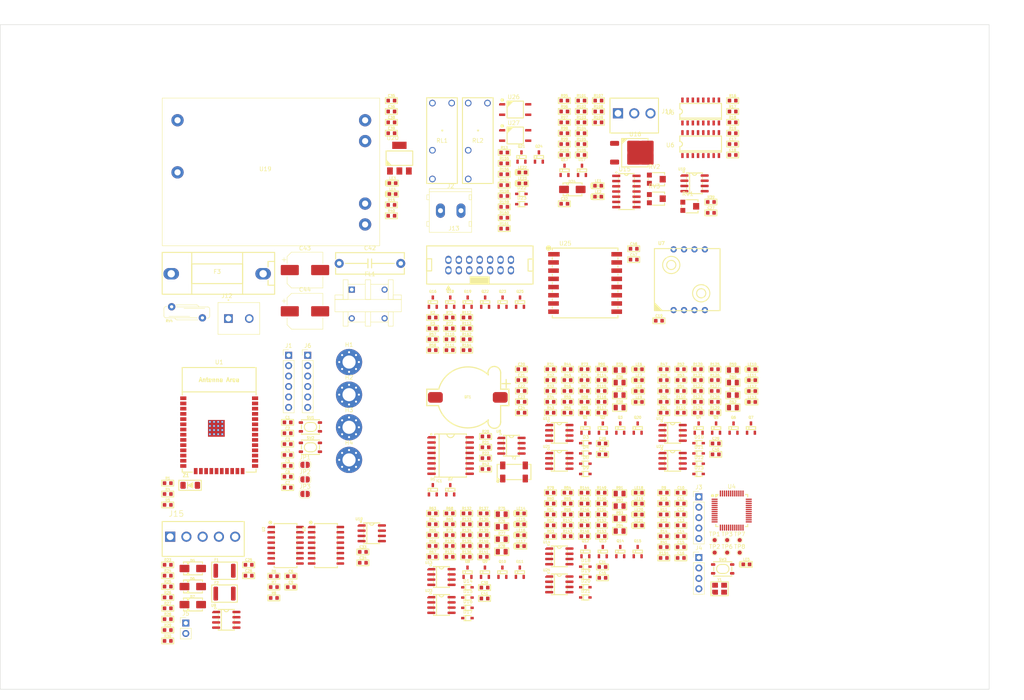
<source format=kicad_pcb>
(kicad_pcb (version 20221018) (generator pcbnew)
  (layers (0 "F.Cu" signal) (31 "B.Cu" signal) (34 "B.Paste" user) (35 "F.Paste" user) (36 "B.SilkS" user "B.Silkscreen") (37 "F.SilkS" user "F.Silkscreen") (38 "B.Mask" user) (39 "F.Mask" user) (44 "Edge.Cuts" user))
  (net 0 "")
  (net 1 "GND")
  (net 2 "/STM32F103C8T6/RST")
  (net 3 "/STM32F103C8T6/PD0")
  (net 4 "/STM32F103C8T6/PD1")
  (net 5 "/RTC/Vbat")
  (net 6 "+24V")
  (net 7 "/ESP32/BOOT")
  (net 8 "/ESP32/RST")
  (net 9 "+3V3")
  (net 10 "Net-(U8-VDD)")
  (net 11 "Earth")
  (net 12 "/GET_16_VALVE_STAGE/OPAMP/1_TL084IPT/VAN1-")
  (net 13 "/GET_16_VALVE_STAGE/OPAMP/1_TL084IPT/VAN2-")
  (net 14 "/GET_16_VALVE_STAGE/OPAMP/1_TL084IPT/VAN3-")
  (net 15 "Net-(IC1-VBAT)")
  (net 16 "/16_VALVE_CONTROL/VI_1")
  (net 18 "/16_VALVE_CONTROL/VI_2")
  (net 20 "/16_VALVE_CONTROL/VI_3")
  (net 22 "/16_VALVE_CONTROL/VI_4")
  (net 23 "Net-(J5-Pin_2)")
  (net 24 "/16_VALVE_CONTROL/VI_5")
  (net 25 "Net-(J11-Pin_2)")
  (net 26 "/16_VALVE_CONTROL/VI_6")
  (net 27 "Net-(J12-Pin_2)")
  (net 28 "/16_VALVE_CONTROL/VI_7")
  (net 29 "/16_VALVE_CONTROL/VI_8")
  (net 30 "Net-(JP2-A)")
  (net 31 "/16_VALVE_CONTROL/VI_9")
  (net 32 "Net-(JP3-A)")
  (net 33 "/16_VALVE_CONTROL/VI_10")
  (net 34 "Net-(Q1-S)")
  (net 35 "/16_VALVE_CONTROL/VI_11")
  (net 36 "Net-(Q2-S)")
  (net 37 "/16_VALVE_CONTROL/VI_12")
  (net 38 "Net-(Q3-S)")
  (net 39 "/16_VALVE_CONTROL/VI_13")
  (net 40 "Net-(Q4-S)")
  (net 41 "/16_VALVE_CONTROL/VI_14")
  (net 42 "Net-(Q5-S)")
  (net 43 "/16_VALVE_CONTROL/VI_15")
  (net 44 "Net-(Q6-S)")
  (net 45 "/16_VALVE_CONTROL/VI_16")
  (net 46 "Net-(Q7-S)")
  (net 47 "Net-(Q8-S)")
  (net 48 "/RS485/RS485.RX")
  (net 49 "/GET_16_VALVE_STAGE/OPAMP/1_TL084IPT/VAN4-")
  (net 50 "/RS485/RS485.TX")
  (net 51 "/GET_16_VALVE_STAGE/MCP41010.CS")
  (net 52 "/GET_16_VALVE_STAGE/MCP41010.SCK")
  (net 53 "/GET_16_VALVE_STAGE/MCP41010.MOSI")
  (net 54 "VCC")
  (net 55 "Net-(Q9-S)")
  (net 56 "Net-(Q10-S)")
  (net 57 "/STM32F103C8T6/SWDIO")
  (net 58 "/STM32F103C8T6/SWCLK")
  (net 59 "/ESP32/TX")
  (net 60 "/ESP32/RX")
  (net 61 "/STM32F103C8T6/TX_LOG")
  (net 62 "/STM32F103C8T6/RX_LOG")
  (net 63 "Net-(Q11-S)")
  (net 64 "Net-(Q12-S)")
  (net 65 "/RS485/RS485.DERE")
  (net 66 "Net-(Q13-S)")
  (net 67 "Net-(Q14-S)")
  (net 68 "/GET_16_VALVE_STAGE/OPAMP/VO_1")
  (net 69 "/ESP32/BT.s1")
  (net 70 "/GET_16_VALVE_STAGE/OPAMP/VO_2")
  (net 71 "/GET_16_VALVE_STAGE/OPAMP/VO_3")
  (net 72 "/GET_16_VALVE_STAGE/OPAMP/VO_4")
  (net 73 "/GET_16_VALVE_STAGE/OPAMP/VO_5")
  (net 74 "/GET_16_VALVE_STAGE/OPAMP/VO_6")
  (net 75 "/GET_16_VALVE_STAGE/OPAMP/VO_7")
  (net 76 "/GET_16_VALVE_STAGE/OPAMP/VO_8")
  (net 77 "/GET_16_VALVE_STAGE/OPAMP/VO_9")
  (net 78 "/GET_16_VALVE_STAGE/OPAMP/VO_10")
  (net 79 "/GET_16_VALVE_STAGE/OPAMP/VO_11")
  (net 80 "/GET_16_VALVE_STAGE/OPAMP/VO_12")
  (net 81 "/GET_16_VALVE_STAGE/OPAMP/VO_13")
  (net 82 "/GET_16_VALVE_STAGE/OPAMP/VO_14")
  (net 83 "/GET_16_VALVE_STAGE/OPAMP/VO_15")
  (net 84 "/GET_16_VALVE_STAGE/OPAMP/VO_16")
  (net 85 "/PRESSURE_SENSOR/i2c.SDA")
  (net 86 "/PRESSURE_SENSOR/i2c.SCL")
  (net 87 "/ESP32/BT.s2")
  (net 88 "/ESP32/BT.s3")
  (net 89 "/ESP32/BT.s4")
  (net 90 "/IDC14pin/LCD_I2C_LOGIC_SCL")
  (net 91 "/IDC14pin/LCD_I2C_LOGIDC_SDA")
  (net 92 "/16_VALVE_CONTROL/595.SER")
  (net 93 "/16_VALVE_CONTROL/595.RCLK")
  (net 94 "+5V")
  (net 95 "Net-(Q15-S)")
  (net 96 "/ESP32/RX_ESP32")
  (net 97 "Net-(Q17-E)")
  (net 98 "/ESP32/TX_ESP32")
  (net 99 "Net-(U1-IO16)")
  (net 100 "/EEPROM/24256.SDA")
  (net 101 "/EEPROM/24256.SCL")
  (net 102 "/GET_16_VALVE_STAGE/74HC165.DATA")
  (net 103 "/GET_16_VALVE_STAGE/74HC165.SCK")
  (net 104 "/GET_16_VALVE_STAGE/74HC165.LOAD")
  (net 105 "/STM32F103C8T6/LED")
  (net 106 "Net-(U8-~{INT})")
  (net 107 "/16_VALVE_CONTROL/595.SRCLK")
  (net 108 "Net-(U9-DI)")
  (net 109 "Net-(U9-RO)")
  (net 110 "Net-(U16-ADJ)")
  (net 111 "Net-(U17-K)")
  (net 112 "Net-(U15B-+)")
  (net 113 "Net-(U15B--)")
  (net 114 "Net-(U15C--)")
  (net 115 "/4-20mAConverter/LM137_OUT")
  (net 116 "Net-(U15C-+)")
  (net 117 "Net-(LE1-Pad1)")
  (net 118 "Net-(U15D-+)")
  (net 119 "/4-20mAConverter/DAC_4_20mA")
  (net 120 "Net-(R100-Pad1)")
  (net 121 "Net-(R101-Pad1)")
  (net 122 "Net-(U15A--)")
  (net 123 "Net-(R106-Pad2)")
  (net 124 "Net-(LE2-Pad1)")
  (net 125 "/GET_16_VALVE_STAGE/OPAMP/PW0_MCP41010")
  (net 140 "Net-(U5-QH')")
  (net 147 "Net-(U8-OSCI)")
  (net 148 "Net-(U8-OSCO)")
  (net 149 "Net-(U15D--)")
  (net 150 "Net-(U19-L)")
  (net 151 "Net-(U19-N)")
  (net 152 "Net-(LE5-Pad2)")
  (net 153 "/ESP32/VDD_ESP32")
  (net 154 "/GET_16_VALVE_STAGE/OPAMP/2_TL084IPT/VAN1-")
  (net 155 "/GET_16_VALVE_STAGE/OPAMP/2_TL084IPT/VAN2-")
  (net 156 "/GET_16_VALVE_STAGE/OPAMP/2_TL084IPT/VAN3-")
  (net 157 "/GET_16_VALVE_STAGE/OPAMP/2_TL084IPT/VAN4-")
  (net 158 "Net-(C42-Pad2)")
  (net 159 "/RS485/A_RS485")
  (net 160 "/RS485/B_RS485")
  (net 161 "Net-(LE3-Pad1)")
  (net 162 "Net-(LE4-Pad1)")
  (net 163 "/RS485/A1_RS485")
  (net 164 "/RS485/B1_RS485")
  (net 165 "/RS485/A2_RS485")
  (net 166 "/RS485/B2_RS485")
  (net 167 "Net-(Q20-S)")
  (net 168 "Net-(D1-Pad1)")
  (net 169 "Net-(U2-DS)")
  (net 171 "/ESP32/TDI")
  (net 172 "/ESP32/TDO")
  (net 173 "/ESP32/TCK")
  (net 174 "/ESP32/TMS")
  (net 175 "/16_VALVE_CONTROL/OE")
  (net 176 "/ESP32/VSPI.MISO")
  (net 177 "/4-20mAConverter/LM137_IN")
  (net 178 "/4-20mAConverter/TransB")
  (net 179 "/GET_16_VALVE_STAGE/OPAMP/3_TL084IPT/VAN1-")
  (net 180 "/GET_16_VALVE_STAGE/OPAMP/3_TL084IPT/VAN2-")
  (net 181 "/GET_16_VALVE_STAGE/OPAMP/3_TL084IPT/VAN3-")
  (net 182 "/GET_16_VALVE_STAGE/OPAMP/3_TL084IPT/VAN4-")
  (net 183 "/GET_16_VALVE_STAGE/OPAMP/4_TL084IPT/VAN1-")
  (net 185 "/GET_16_VALVE_STAGE/OPAMP/4_TL084IPT/VAN2-")
  (net 186 "/GET_16_VALVE_STAGE/OPAMP/4_TL084IPT/VAN3-")
  (net 187 "/GET_16_VALVE_STAGE/OPAMP/4_TL084IPT/VAN4-")
  (net 188 "Net-(LE6-Pad1)")
  (net 189 "Net-(LE7-Pad1)")
  (net 190 "Net-(LE8-Pad1)")
  (net 191 "Net-(LE9-Pad1)")
  (net 192 "Net-(LE10-Pad1)")
  (net 193 "Net-(LE11-Pad1)")
  (net 194 "Net-(LE12-Pad1)")
  (net 195 "Net-(LE13-Pad1)")
  (net 196 "Net-(LE14-Pad1)")
  (net 197 "Net-(LE15-Pad1)")
  (net 198 "Net-(LE16-Pad1)")
  (net 199 "Net-(LE17-Pad1)")
  (net 200 "Net-(LE18-Pad1)")
  (net 201 "Net-(LE19-Pad1)")
  (net 202 "Net-(LE20-Pad1)")
  (net 203 "Net-(LE21-Pad1)")
  (net 204 "Net-(Q21-D)")
  (net 205 "Net-(Q24-D)")
  (net 206 "Net-(LE22-Pad1)")
  (net 207 "Net-(LE23-Pad1)")
  (net 208 "Net-(R158-Pad1)")
  (net 209 "Net-(R161-Pad1)")
  (net 210 "/LORA/LORA_RST")
  (net 211 "/LORA/LORA_INT")
  (net 217 "/LORA/LORA_CS")
  (net 218 "Net-(J12-Pin_1)")
  (net 219 "Net-(U4-BOOT0)")
  (net 220 "Net-(U4-PB2)")
  (net 221 "Net-(U4-PB5)")
  (net 222 "Net-(U4-PB8)")
  (net 223 "Net-(U4-PB9)")
  (net 224 "Net-(U4-PA8)")
  (net 225 "Net-(U4-PA6)")
  (net 226 "Net-(U4-PA4)")
  (net 227 "/STM32F103C8T6/VBAT")
  (net 228 "/STM32F103C8T6/PC13")
  (net 229 "/STM32F103C8T6/PC14")
  (net 230 "/STM32F103C8T6/PC15")
  (net 231 "/RELAY_OPTO/OPTO1")
  (net 232 "/RELAY_OPTO/OPTO2")
  (net 233 "/IDC14pin/IC74595_SER")
  (net 234 "/IDC14pin/74595_OE")
  (net 235 "/IDC14pin/IC74595_RCLK")
  (net 236 "/IDC14pin/IC74595_SRCLK")
  (net 237 "/ESP32/ESP_74595.SER")
  (net 238 "/RELAY_OPTO/RL1")
  (net 239 "/ESP32/ESP_74595.RCLK")
  (net 240 "/ESP32/ESP_74595.SRCLK")
  (net 241 "/RELAY_OPTO/RL2")
  (net 242 "/IDC14pin/74595OE")
  (net 243 "Net-(R13-Pad1)")
  (net 244 "/RELAY_OPTO/RL1A")
  (net 245 "/RELAY_OPTO/RL1B")
  (net 246 "/RELAY_OPTO/RL2A")
  (net 247 "/RELAY_OPTO/RL2B")
  (net 248 "/ESP32/OE")
  (net 249 "/GET_16_VALVE_STAGE/MCP41010.MISO")
  (footprint "IVS_FOOTPRINTS:LED_0603" (layer "F.Cu") (at 263.970787 127.803935)
    (fp_text reference "LE12")
    (fp_text value "Led")
  )
  (footprint "MountingHole:MountingHole_3.2mm_M3_Pad_Via" (layer "F.Cu") (at 165.74 120.73)
    (fp_text reference "H1")
    (fp_text value "MountingHole")
  )
  (footprint "IVS_FOOTPRINTS:C_0603" (layer "F.Cu") (at 207.7608 133.08)
    (fp_text reference "C24")
    (fp_text value "100nF")
  )
  (footprint "IVS_FOOTPRINTS:R_0603" (layer "F.Cu") (at 218.21 70.26)
    (fp_text reference "R100")
    (fp_text value "100k")
  )
  (footprint "IVS_FOOTPRINTS:SOT23-3" (layer "F.Cu") (at 186.16 106.13)
    (fp_text reference "Q16")
    (fp_text value "N_Mosfet")
  )
  (footprint "IVS_FOOTPRINTS:R_0603" (layer "F.Cu") (at 218.99 152.58)
    (fp_text reference "R84")
    (fp_text value "1M")
  )
  (footprint "IVS_FOOTPRINTS:LED_0603" (layer "F.Cu") (at 236.360787 122.484787)
    (fp_text reference "LE6")
    (fp_text value "Led")
  )
  (footprint "IVS_FOOTPRINTS:R_0603" (layer "F.Cu") (at 223.14 127.78)
    (fp_text reference "R87")
    (fp_text value "10k")
  )
  (footprint "IVS_FOOTPRINTS:SOIC-8_3.9x4.9mm_P1.27mm" (layer "F.Cu") (at 216.99 168.098607)
    (fp_text reference "U14")
    (fp_text value "LM393" hide)
  )
  (footprint "IVS_FOOTPRINTS:R_0805" (layer "F.Cu") (at 259.3 122.68)
    (fp_text reference "R59")
    (fp_text value "0R5")
  )
  (footprint "IVS_FOOTPRINTS:D_SOD323" (layer "F.Cu") (at 250.9327 140.5073)
    (fp_text reference "D10")
    (fp_text value "1N4007")
  )
  (footprint "IVS_FOOTPRINTS:SOT233" (layer "F.Cu") (at 177.86 70.98)
    (fp_text reference "U20")
    (fp_text value "LD1117")
  )
  (footprint "IVS_FOOTPRINTS:R_0805" (layer "F.Cu") (at 231.69 131.83)
    (fp_text reference "R38")
    (fp_text value "0R5")
  )
  (footprint "IVS_FOOTPRINTS:C_0603" (layer "F.Cu") (at 207.7608 130.43)
    (fp_text reference "C23")
    (fp_text value "10uF")
  )
  (footprint "IVS_FOOTPRINTS:SOIC-8_3.9x4.9mm_P1.27mm" (layer "F.Cu") (at 188.26 173.128607)
    (fp_text reference "U13")
    (fp_text value "LM393" hide)
  )
  (footprint "IVS_FOOTPRINTS:R_0805" (layer "F.Cu") (at 231.69 155.83)
    (fp_text reference "R92")
    (fp_text value "0R5")
  )
  (footprint "IVS_FOOTPRINTS:D_SOD323" (layer "F.Cu") (at 194.5927 180.6373)
    (fp_text reference "D16")
    (fp_text value "1N4007")
  )
  (footprint "IVS_FOOTPRINTS:R_0603" (layer "F.Cu") (at 198.56 160.26)
    (fp_text reference "R138")
    (fp_text value "1k")
  )
  (footprint "IVS_FOOTPRINTS:R_0603" (layer "F.Cu") (at 242.45 155.23)
    (fp_text reference "R10")
    (fp_text value "4k7")
  )
  (footprint "IVS_FOOTPRINTS:Relay_G5NB-1A-E DC5" (layer "F.Cu") (at 190.76 75.91)
    (fp_text reference "RL1")
    (fp_text value "Relay_G5NB-1A-E_DC5" hide)
  )
  (footprint "IVS_FOOTPRINTS:R_0603" (layer "F.Cu") (at 218.21 62.31)
    (fp_text reference "R97")
    (fp_text value "10k")
  )
  (footprint "IVS_FOOTPRINTS:SOT23-3" (layer "F.Cu") (at 190.41 151.86)
    (fp_text reference "D2")
    (fp_text value "BAT54C")
  )
  (footprint "IVS_FOOTPRINTS:R_0603" (layer "F.Cu") (at 218.21 67.61)
    (fp_text reference "R99")
    (fp_text value "100k")
  )
  (footprint "IVS_FOOTPRINTS:R_0603" (layer "F.Cu") (at 186.11 109.88)
    (fp_text reference "R2")
    (fp_text value "4k7")
  )
  (footprint "IVS_FOOTPRINTS:R_0603" (layer "F.Cu") (at 214.84 157.88)
    (fp_text reference "R81")
    (fp_text value "1k")
  )
  (footprint "IVS_FOOTPRINTS:R_0603" (layer "F.Cu") (at 226.51 59.66)
    (fp_text reference "R108")
    (fp_text value "680k")
  )
  (footprint "IVS_FOOTPRINTS:SOIC-8_3.9x4.9mm_P1.27mm" (layer "F.Cu") (at 216.99 144.817214)
    (fp_text reference "U21")
    (fp_text value "LM393" hide)
  )
  (footprint "IVS_FOOTPRINTS:R_0603" (layer "F.Cu") (at 218.99 160.53)
    (fp_text reference "R142")
    (fp_text value "10k")
  )
  (footprint "IVS_FOOTPRINTS:C_0603" (layer "F.Cu") (at 150.7708 140.73)
    (fp_text reference "C3")
    (fp_text value "100nF")
  )
  (footprint "IVS_FOOTPRINTS:SW_SPST_PTS810" (layer "F.Cu") (at 156.3075 136.58)
    (fp_text reference "SW1")
    (fp_text value "SW_Push" hide)
  )
  (footprint "IVS_FOOTPRINTS:R_0603" (layer "F.Cu") (at 203.56 80.26)
    (fp_text reference "R158")
    (fp_text value "5k")
  )
  (footprint "IVS_FOOTPRINTS:R_0603" (layer "F.Cu") (at 227.29 155.23)
    (fp_text reference "R150")
    (fp_text value "1k")
  )
  (footprint "IVS_FOOTPRINTS:R_0603" (layer "F.Cu") (at 242.45 152.58)
    (fp_text reference "R9")
    (fp_text value "10k")
  )
  (footprint "IVS_FOOTPRINTS:R_0603" (layer "F.Cu") (at 147.42 178.23)
    (fp_text reference "R8")
    (fp_text value "4k7")
  )
  (footprint "IVS_FOOTPRINTS:R_0603" (layer "F.Cu") (at 121.55 152.9)
    (fp_text reference "R4")
    (fp_text value "10k")
  )
  (footprint "IVS_FOOTPRINTS:R_0805" (layer "F.Cu") (at 202.96 163.91)
    (fp_text reference "R77")
    (fp_text value "0R5")
  )
  (footprint "IVS_FOOTPRINTS:R_0603" (layer "F.Cu") (at 190.26 162.91)
    (fp_text reference "R70")
    (fp_text value "1M")
  )
  (footprint "IVS_FOOTPRINTS:LED_0603" (layer "F.Cu") (at 262.590787 170.034787)
    (fp_text reference "LE5")
    (fp_text value "Led")
  )
  (footprint "IVS_FOOTPRINTS:R_0603" (layer "F.Cu") (at 186.11 160.26)
    (fp_text reference "R64")
    (fp_text value "1k")
  )
  (footprint "IVS_FOOTPRINTS:R_0603" (layer "F.Cu") (at 226.51 57.01)
    (fp_text reference "R107")
    (fp_text value "100R")
  )
  (footprint "IVS_FOOTPRINTS:R_0603" (layer "F.Cu") (at 186.11 165.56)
    (fp_text reference "R66")
    (fp_text value "1k")
  )
  (footprint "IVS_FOOTPRINTS:C_0603" (layer "F.Cu") (at 198.7708 178.36)
    (fp_text reference "C41")
    (fp_text value "100nF")
  )
  (footprint "IVS_FOOTPRINTS:R_0603" (layer "F.Cu") (at 223.14 152.58)
    (fp_text reference "R144")
    (fp_text value "10k")
  )
  (footprint "IVS_FOOTPRINTS:DualPowerSupply_AM22-24W2405V" (layer "F.Cu") (at 123.937 61.798)
    (fp_text reference "U19")
    (fp_text value "AM22-24W2405V")
  )
  (footprint "IVS_FOOTPRINTS:R_0603" (layer "F.Cu") (at 226.51 62.31)
    (fp_text reference "R109")
    (fp_text value "820k")
  )
  (footprint "IVS_FOOTPRINTS:SOT23-3" (layer "F.Cu") (at 203.16 106.13)
    (fp_text reference "Q23")
    (fp_text value "N_Mosfet")
  )
  (footprint "IVS_FOOTPRINTS:R_0603" (layer "F.Cu") (at 194.41 157.61)
    (fp_text reference "R132")
    (fp_text value "10k")
  )
  (footprint "IVS_FOOTPRINTS:R_0603" (layer "F.Cu") (at 121.55 150.25)
    (fp_text reference "R1")
    (fp_text value "100")
  )
  (footprint "IVS_FOOTPRINTS:LED_0603" (layer "F.Cu") (at 236.360787 125.144361)
    (fp_text reference "LE7")
    (fp_text value "Led")
  )
  (footprint "IVS_FOOTPRINTS:SOT23-3" (layer "F.Cu") (at 203.11 171.96)
    (fp_text reference "Q10")
    (fp_text value "N_Mosfet")
  )
  (footprint "IVS_FOOTPRINTS:SOT23-3" (layer "F.Cu") (at 198.86 171.96)
    (fp_text reference "Q9")
    (fp_text value "N_Mosfet")
  )
  (footprint "IVS_FOOTPRINTS:D_SOD323" (layer "F.Cu") (at 207.7427 82.2473)
    (fp_text reference "D23")
    (fp_text value "1N4007")
  )
  (footprint "IVS_FOOTPRINTS:R_0603" (layer "F.Cu") (at 186.11 162.91)
    (fp_text reference "R65")
    (fp_text value "1k")
  )
  (footprint "IVS_FOOTPRINTS:R_0603" (layer "F.Cu") (at 218.21 57.01)
    (fp_text reference "R95")
    (fp_text value "220R")
  )
  (footprint "IVS_FOOTPRINTS:LED_0603" (layer "F.Cu") (at 207.630787 162.933935)
    (fp_text reference "LE16")
    (fp_text value "Led")
  )
  (footprint "IVS_FOOTPRINTS:SOIC-8_3.9x4.9mm_P1.27mm" (layer "F.Cu") (at 205.32 141.128607)
    (fp_text reference "U8")
    (fp_text value "PCF8563TS" hide)
  )
  (footprint "IVS_FOOTPRINTS:R_0603" (layer "F.Cu") (at 218.99 157.88)
    (fp_text reference "R86")
    (fp_text value "1M")
  )
  (footprint "IVS_FOOTPRINTS:D_SOD323" (layer "F.Cu") (at 223.3227 175.6073)
    (fp_text reference "D20")
    (fp_text value "1N4007")
  )
  (footprint "IVS_FOOTPRINTS:SOT23-3" (layer "F.Cu") (at 207.36 171.96)
    (fp_text reference "Q11")
    (fp_text value "N_Mosfet")
  )
  (footprint "IVS_FOOTPRINTS:D_SOD323" (layer "F.Cu") (at 194.5927 175.6373)
    (fp_text reference "D14")
    (fp_text value "1N4007")
  )
  (footprint "IVS_FOOTPRINTS:R_0603" (layer "F.Cu") (at 223.14 155.23)
    (fp_text reference "R145")
    (fp_text value "1k")
  )
  (footprint "IVS_FOOTPRINTS:R_0603" (layer "F.Cu") (at 246.6 130.43)
    (fp_text reference "R118")
    (fp_text value "10k")
  )
  (footprint "IVS_FOOTPRINTS:R_0603" (layer "F.Cu") (at 223.14 130.43)
    (fp_text reference "R88")
    (fp_text value "1k")
  )
  (footprint "IVS_FOOTPRINTS:R_0603" (layer "F.Cu") (at 190.26 109.88)
    (fp_text reference "R71")
    (fp_text value "4k7")
  )
  (footprint "IVS_FOOTPRINTS:R_0603" (layer "F.Cu") (at 222.36 57.01)
    (fp_text reference "R101")
    (fp_text value "820k")
  )
  (footprint "IVS_FOOTPRINTS:C_0603" (layer "F.Cu") (at 150.7708 138.08)
    (fp_text reference "C2")
    (fp_text value "1uF")
  )
  (footprint "IVS_FOOTPRINTS:LED_0603" (layer "F.Cu") (at 263.970787 130.463509)
    (fp_text reference "LE13")
    (fp_text value "Led")
  )
  (footprint "IVS_FOOTPRINTS:SOIC-8_3.9x4.9mm_P1.27mm" (layer "F.Cu") (at 244.6 144.817214)
    (fp_text reference "U22")
    (fp_text value "LM393" hide)
  )
  (footprint "IVS_FOOTPRINTS:D_SMA" (layer "F.Cu") (at 220.085 78.66)
    (fp_text reference "D24")
    (fp_text value "1N4007")
  )
  (footprint "IVS_FOOTPRINTS:R_0603" (layer "F.Cu") (at 242.45 165.83)
    (fp_text reference "R41")
    (fp_text value "1M")
  )
  (footprint "IVS_FOOTPRINTS:R_0603" (layer "F.Cu") (at 198.56 165.56)
    (fp_text reference "R140")
    (fp_text value "1k")
  )
  (footprint "IVS_FOOTPRINTS:SOT23-3" (layer "F.Cu") (at 186.16 151.86)
    (fp_text reference "D1")
    (fp_text value "BAT54C")
  )
  (footprint "IVS_FOOTPRINTS:R_0603" (layer "F.Cu") (at 121.55 186.05)
    (fp_text reference "R29")
    (fp_text value "120R")
  )
  (footprint "IVS_FOOTPRINTS:LED_0603" (layer "F.Cu") (at 207.980787 77.174361)
    (fp_text reference "LE23")
    (fp_text value "Led")
  )
  (footprint "IVS_FOOTPRINTS:D_SOD323" (layer "F.Cu") (at 250.9327 148.0073)
    (fp_text reference "D13")
    (fp_text value "1N4007")
  )
  (footprint "Capacitor_SMD:CP_Elec_8x10.5" (layer "F.Cu") (at 155 108.36)
    (fp_text reference "C44")
    (fp_text value "100uF")
  )
  (footprint "IVS_FOOTPRINTS:R_0603" (layer "F.Cu") (at 147.42 175.58)
    (fp_text reference "R7")
    (fp_text value "4k7")
  )
  (footprint "IVS_FOOTPRINTS:SOIC14" (layer "F.Cu") (at 233.335 79.165312)
    (fp_text reference "U15")
    (fp_text value "LM324")
  )
  (footprint "IVS_FOOTPRINTS:SW_SPST_PTS810" (layer "F.Cu") (at 156.3075 141.53)
    (fp_text reference "SW2")
    (fp_text value "SW_Push" hide)
  )
  (footprint "Jumper:SolderJumper-2_P1.3mm_Open_RoundedPad1.0x1.5mm" (layer "F.Cu") (at 155.02 149.33)
    (fp_text reference "JP2")
    (fp_text value " ")
  )
  (footprint "IVS_FOOTPRINTS:R_0603" (layer "F.Cu") (at 250.75 130.43)
    (fp_text reference "R123")
    (fp_text value "1k")
  )
  (footprint "IVS_FOOTPRINTS:C_0603" (layer "F.Cu") (at 169.1208 167.01)
    (fp_text reference "C33")
    (fp_text value "1uF")
  )
  (footprint "IVS_FOOTPRINTS:R_0603" (layer "F.Cu") (at 214.84 130.43)
    (fp_text reference "R34")
    (fp_text value "1M")
  )
  (footprint "IVS_FOOTPRINTS:C_0603" (layer "F.Cu") (at 241.2708 110.67)
    (fp_text reference "C19")
    (fp_text value "100nF")
  )
  (footprint "IVS_FOOTPRINTS:LED_0603" (layer "F.Cu") (at 236.360787 160.563509)
    (fp_text reference "LE21")
    (fp_text value "Led")
  )
  (footprint "IVS_FOOTPRINTS:LED_0603" (layer "F.Cu") (at 226.450787 80.424361)
    (fp_text reference "LE2")
    (fp_text value "Led")
  )
  (footprint "IVS_FOOTPRINTS:R_0603" (layer "F.Cu") (at 222.36 62.31)
    (fp_text reference "R103")
    (fp_text value "820k")
  )
  (footprint "IVS_FOOTPRINTS:R_0603" (layer "F.Cu") (at 227.29 133.08)
    (fp_text reference "R117")
    (fp_text value "1k")
  )
  (footprint "IVS_FOOTPRINTS:Fuse_BLX-A-P22.4mm" (layer "F.Cu") (at 133.6 99.21)
    (fp_text reference "F3")
    (fp_text value "Fuse")
  )
  (footprint "IVS_FOOTPRINTS:R_0805" (layer "F.Cu") (at 259.3 125.73)
    (fp_text reference "R60")
    (fp_text value "0R5")
  )
  (footprint "IVS_FOOTPRINTS:Fuse_1812_4532Metric" (layer "F.Cu") (at 135.39 177.16)
    (fp_text reference "F2")
    (fp_text value "Polyfuse" hide)
  )
  (footprint "IVS_FOOTPRINTS:C_Rect_L16.5mm_W5.0mm_P15.00mm_MKT" (layer "F.Cu") (at 163.34 96.69)
    (fp_text reference "C42")
    (fp_text value "C")
  )
  (footprint "Connector_PinHeader_2.54mm:PinHeader_1x04_P2.54mm_Vertical" (layer "F.Cu") (at 251 168.38)
    (fp_text reference "J4")
    (fp_text value "Conn_01x04_Male")
  )
  (footprint "IVS_FOOTPRINTS:LED_0603" (layer "F.Cu") (at 236.360787 127.803935)
    (fp_text reference "LE8")
    (fp_text value "Led")
  )
  (footprint "IVS_FOOTPRINTS:C_0603" (layer "F.Cu") (at 198.7708 175.71)
    (fp_text reference "C30")
    (fp_text value "100nF")
  )
  (footprint "IVS_FOOTPRINTS:SOIC-16W_5.3x10.2mm_P1.27mm" (layer "F.Cu") (at 150.27 165.389495)
    (fp_text reference "U2")
    (fp_text value "74HC165" hide)
  )
  (footprint "IVS_FOOTPRINTS:R_0805" (layer "F.Cu") (at 231.69 161.93)
    (fp_text reference "R94")
    (fp_text value "0R5")
  )
  (footprint "IVS_FOOTPRINTS:R_0603" (layer "F.Cu") (at 121.55 170.15)
    (fp_text reference "R23")
    (fp_text value "120R")
  )
  (footprint "IVS_FOOTPRINTS:R_0603" (layer "F.Cu") (at 254.9 130.43)
    (fp_text reference "R128")
    (fp_text value "1k")
  )
  (footprint "IVS_FOOTPRINTS:R_0603" (layer "F.Cu") (at 199.02 138.86)
    (fp_text reference "R20")
    (fp_text value "NC")
  )
  (footprint "IVS_FOOTPRINTS:LED_0603" (layer "F.Cu") (at 207.630787 165.593509)
    (fp_text reference "LE17")
    (fp_text value "Led")
  )
  (footprint "IVS_FOOTPRINTS:SOIC-16W_3.92x10.2mm" (layer "F.Cu") (at 251.44 67.61)
    (fp_text reference "U6")
    (fp_text value "74HC595")
  )
  (footprint "IVS_FOOTPRINTS:R_0603" (layer "F.Cu") (at 223.14 133.08)
    (fp_text reference "R89")
    (fp_text value "1k")
  )
  (footprint "Connector_PinHeader_2.54mm:PinHeader_1x06_P2.54mm_Vertical" (layer "F.Cu") (at 151.02 119.08)
    (fp_text reference "J1")
    (fp_text value "Conn_01x05_Male")
  )
  (footprint "IVS_FOOTPRINTS:R_0805" (layer "F.Cu") (at 259.3 131.83)
    (fp_text reference "R62")
    (fp_text value "0R5")
  )
  (footprint "IVS_FOOTPRINTS:SOT23-3" (layer "F.Cu") (at 194.61 171.96)
    (fp_text reference "Q8")
    (fp_text value "N_Mosfet")
  )
  (footprint "TestPoint:TestPoint_Pad_D1.0mm" (layer "F.Cu") (at 257.9 167.18)
    (fp_text reference "TP6")
    (fp_text value "TestPoint")
  )
  (footprint "IVS_FOOTPRINTS:R_0603" (layer "F.Cu") (at 250.75 133.08)
    (fp_text reference "R124")
    (fp_text value "10k")
  )
  (footprint "IVS_FOOTPRINTS:C_0603" (layer "F.Cu") (at 150.7708 151.33)
    (fp_text reference "C7")
    (fp_text value "100nF")
  )
  (footprint "IVS_FOOTPRINTS:R_0603" (layer "F.Cu") (at 214.84 152.58)
    (fp_text reference "R79")
    (fp_text value "1k")
  )
  (footprint "IVS_FOOTPRINTS:R_0603" (layer "F.Cu") (at 242.45 122.48)
    (fp_text reference "R47")
    (fp_text value "1k")
  )
  (footprint "IVS_FOOTPRINTS:R_0603" (layer "F.Cu") (at 259.24 59.66)
    (fp_text reference "R17")
    (fp_text value "4k7")
  )
  (footprint "IVS_FOOTPRINTS:LED_0603" (layer "F.Cu") (at 176.330787 79.784361)
    (fp_text reference "LE4")
    (fp_text value "Led")
  )
  (footprint "IVS_FOOTPRINTS:C_0603" (layer "F.Cu") (at 176.0608 62.31)
    (fp_text reference "C38")
    (fp_text value "1uF")
  )
  (footprint "IVS_FOOTPRINTS:R_0603" (layer "F.Cu") (at 203.56 72.31)
    (fp_text reference "R155")
    (fp_text value "1M")
  )
  (footprint "IVS_FOOTPRINTS:SOT23-3" (layer "F.Cu") (at 231.84 136.83)
    (fp_text reference "Q3")
    (fp_text value "N_Mosfet")
  )
  (footprint "IVS_FOOTPRINTS:SOIC-8_3.9x4.9mm_P1.27mm" (layer "F.Cu") (at 249.94 77.178607)
    (fp_text reference "U10")
    (fp_text value "MCP41010" hide)
  )
  (footprint "IVS_FOOTPRINTS:DC3_14PIN_2.54mm" (layer "F.Cu") (at 197.58 97.1)
    (fp_text reference "J13")
    (fp_text value "IDC_02x07")
  )
  (footprint "IVS_FOOTPRINTS:SOT23-3" (layer "F.Cu") (at 255.2 136.83)
    (fp_text reference "Q5")
    (fp_text value "N_Mosfet")
  )
  (footprint "IVS_FOOTPRINTS:R_0603" (layer "F.Cu") (at 198.56 168.21)
    (fp_text reference "R141")
    (fp_text value "1k")
  )
  (footprint "IVS_FOOTPRINTS:R_0603" (layer "F.Cu") (at 121.55 188.7)
    (fp_text reference "R30")
    (fp_text value "1M")
  )
  (footprint "IVS_FOOTPRINTS:R_0805" (layer "F.Cu") (at 231.69 128.78)
    (fp_text reference "R37")
    (fp_text value "0R5")
  )
  (footprint "IVS_FOOTPRINTS:D_SOD323" (layer "F.Cu") (at 223.3227 145.5073)
    (fp_text reference "D8")
    (fp_text value "1N4007")
  )
  (footprint "IVS_FOOTPRINTS:D_SOD323" (layer "F.Cu") (at 223.3227 148.0073)
    (fp_text reference "D9")
    (fp_text value "1N4007")
  )
  (footprint "IVS_FOOTPRINTS:BatteryHolder_CR1220" (layer "F.Cu") (at 194.685 129.346665)
    (fp_text reference "BT1")
    (fp_text value "CR1220" hide)
  )
  (footprint "IVS_FOOTPRINTS:Crystal_MC306" (layer "F.Cu") (at 205.945 147.52)
    (fp_text reference "Y2")
    (fp_text value "32.768kHz" hide)
  )
  (footprint "IVS_FOOTPRINTS:R_0603" (layer "F.Cu") (at 242.45 125.13)
    (fp_text reference "R48")
    (fp_text value "1k")
  )
  (footprint "IVS_FOOTPRINTS:R_0603" (layer "F.Cu") (at 194.41 117.83)
    (fp_text reference "R164")
    (fp_text value "4k7")
  )
  (footprint "IVS_FOOTPRINTS:R_0603" (layer "F.Cu") (at 121.55 175.45)
    (fp_text reference "R25")
    (fp_text value "10k")
  )
  (footprint "IVS_FOOTPRINTS:LED_0603" (layer "F.Cu") (at 236.360787 157.903935)
    (fp_text reference "LE20")
    (fp_text value "Led")
  )
  (footprint "IVS_FOOTPRINTS:D_SOD323" (layer "F.Cu") (at 194.5927 178.1373)
    (fp_text reference "D15")
    (fp_text value "1N4007")
  )
  (footprint "IVS_FOOTPRINTS:SOT23-3" (layer "F.Cu") (at 259.45 136.83)
    (fp_text reference "Q6")
    (fp_text value "N_Mosfet")
  )
  (footprint "IVS_FOOTPRINTS:Terminal_HT-3.96mm-5P-Vertical-Pluggable" (layer "F.Cu") (at 136 163.3)
    (fp_text reference "J15")
    (fp_text value "Conn_01x05_Pin")
  )
  (footprint "IVS_FOOTPRINTS:R_0603" (layer "F.Cu") (at 121.55 180.75)
    (fp_text reference "R27")
    (fp_text value "120R")
  )
  (footprint "IVS_FOOTPRINTS:R_0805" (layer "F.Cu") (at 202.96 160.86)
    (fp_text reference "R76")
    (fp_text value "0R5")
  )
  (footprint "IVS_FOOTPRINTS:C_0603" (layer "F.Cu") (at 218.2108 82.16)
    (fp_text reference "C32")
    (fp_text value "100nF")
  )
  (footprint "IVS_FOOTPRINTS:C_0603" (layer "F.Cu") (at 151.5708 172.93)
    (fp_text reference "C8")
    (fp_text value "100nF")
  )
  (footprint "IVS_FOOTPRINTS:C_0603" (layer "F.Cu") (at 227.5008 143.23)
    (fp_text reference "C37")
    (fp_text value "100nF")
  )
  (footprint "IVS_FOOTPRINTS:R_0603" (layer "F.Cu") (at 199.02 146.81)
    (fp_text reference "R42")
    (fp_text value "1k")
  )
  (footprint "IVS_FOOTPRINTS:R_0805" (layer "F.Cu") (at 231.69 158.88)
    (fp_text reference "R93")
    (fp_text value "0R5")
  )
  (footprint "Capacitor_SMD:CP_Elec_8x10.5" (layer "F.Cu") (at 155 98.31)
    (fp_text reference "C43")
    (fp_text value "100uF")
  )
  (footprint "IVS_FOOTPRINTS:R_0603" (layer "F.Cu") (at 242.45 130.43)
    (fp_text reference "R50")
    (fp_text value "1k")
  )
  (footprint "TestPoint:TestPoint_Pad_D1.0mm" (layer "F.Cu") (at 254.85 164.13)
    (fp_text reference "TP1")
    (fp_text value "TestPoint")
  )
  (footprint "IVS_FOOTPRINTS:R_0603" (layer "F.Cu") (at 186.11 168.21)
    (fp_text reference "R67")
    (fp_text value "1M")
  )
  (footprint "IVS_FOOTPRINTS:Relay_G5NB-1A-E DC5" (layer "F.Cu") (at 199.485 75.91)
    (fp_text reference "RL2")
    (fp_text value "Relay_G5NB-1A-E_DC5" hide)
  )
  (footprint "IVS_FOOTPRINTS:C_0603" (layer "F.Cu") (at 169.1208 169.66)
    (fp_text reference "C34")
    (fp_text value "100nF")
  )
  (footprint "IVS_FOOTPRINTS:R_0603" (layer "F.Cu") (at 218.99 122.48)
    (fp_text reference "R44")
    (fp_text value "10k")
  )
  (footprint "IVS_FOOTPRINTS:D_SOD323" (layer "F.Cu") (at 250.9327 143.0073)
    (fp_text reference "D11")
    (fp_text value "1N4007")
  )
  (footprint "TestPoint:TestPoint_Pad_D1.0mm" (layer "F.Cu") (at 254.85 167.18)
    (fp_text reference "TP2")
    (fp_text value "TestPoint")
  )
  (footprint "IVS_FOOTPRINTS:SOIC-16W_3.92x10.2mm" (layer "F.Cu") (at 251.44 59.66)
    (fp_text reference "U5")
    (fp_text value "74HC595")
  )
  (footprint "IVS_FOOTPRINTS:R_0603" (layer "F.Cu") (at 203.56 69.66)
    (fp_text reference "R13")
    (fp_text value "1k")
  )
  (footprint "IVS_FOOTPRINTS:R_0603" (layer "F.Cu") (at 246.6 133.08)
    (fp_text reference "R119")
    (fp_text value "1k")
  )
  (footprint "IVS_FOOTPRINTS:D_SOD323" (layer "F.Cu") (at 223.3227 170.6073)
    (fp_text reference "D18")
    (fp_text value "1N4007")
  )
  (footprint "IVS_FOOTPRINTS:Potentiometer_Bourns_TC33X_Vertical" (layer "F.Cu") (at 248.89 82.77)
    (fp_text reference "RV1")
    (fp_text value "TC33X_10k")
  )
  (footprint "IVS_FOOTPRINTS:SOT23-3" (layer "F.Cu") (at 236.09 136.83)
    (fp_text reference "Q20")
    (fp_text value "N_Mosfet")
  )
  (footprint "IVS_FOOTPRINTS:C_0603" (layer "F.Cu") (at 246.6008 168.48)
    (fp_text reference "C16")
    (fp_text value "100nF")
  )
  (footprint "IVS_FOOTPRINTS:R_0603" (layer "F.Cu") (at 121.55 178.1)
    (fp_text reference "R26")
    (fp_text value "10k")
  )
  (footprint "IVS_FOOTPRINTS:R_0603" (layer "F.Cu") (at 194.41 109.88)
    (fp_text reference "R112")
    (fp_text value "4k7")
  )
  (footprint "IVS_FOOTPRINTS:SOT23-3" (layer "F.Cu") (at 231.84 166.93)
    (fp_text reference "Q14")
    (fp_text value "N_Mosfet")
  )
  (footprint "IVS_FOOTPRINTS:C_0603" (layer "F.Cu") (at 255.1108 140.58)
    (fp_text reference "C29")
    (fp_text value "100nF")
  )
  (footprint "IVS_FOOTPRINTS:R_0603" (layer "F.Cu") (at 250.75 122.48)
    (fp_text reference "R120")
    (fp_text value "10k")
  )
  (footprint "IVS_FOOTPRINTS:R_0603" (layer "F.Cu") (at 246.6 122.48)
    (fp_text reference "R52")
    (fp_text value "1M")
  )
  (footprint "IVS_FOOTPRINTS:C_0603" (layer "F.Cu") (at 151.5708 175.58)
    (fp_text reference "C9")
    (fp_text value "100nF")
  )
  (footprint "IVS_FOOTPRINTS:SOT23-3" (layer "F.Cu") (at 222.51 74.01)
    (fp_text reference "U17")
    (fp_text value "TL431")
  )
  (footprint "IVS_FOOTPRINTS:D_SOD323" (layer "F.Cu") (at 223.3227 140.5073)
    (fp_text reference "D3")
    (fp_text value "1N4007")
  )
  (footprint "IVS_FOOTPRINTS:R_0603" (layer "F.Cu") (at 218.99 155.23)
    (fp_text reference "R85")
    (fp_text value "1M")
  )
  (footprint "IVS_FOOTPRINTS:C_0603" (layer "F.Cu") (at 259.2408 70.26)
    (fp_text reference "C18")
    (fp_text value "100nF")
  )
  (footprint "IVS_FOOTPRINTS:C_0603" (layer "F.Cu") (at 227.5008 170.68)
    (fp_text reference "C31")
    (fp_text value "100nF")
  )
  (footprint "IVS_FOOTPRINTS:LED_0603" (layer "F.Cu") (at 263.970787 125.144361)
    (fp_text reference "LE11")
    (fp_text value "Led")
  )
  (footprint "IVS_FOOTPRINTS:R_0603" (layer "F.Cu") (at 186.11 157.61)
    (fp_text reference "R63")
    (fp_text value "1k")
  )
  (footprint "IVS_FOOTPRINTS:SOT23-3" (layer "F.Cu") (at 223.34 166.93)
    (fp_text reference "Q12")
    (fp_text value "N_Mosfet")
  )
  (footprint "IVS_FOOTPRINTS:D_SOD323" (layer "F.Cu") (at 194.5927 183.1373)
    (fp_text reference "D17")
    (fp_text value "1N4007")
  )
  (footprint "IVS_FOOTPRINTS:SOT23-3" (layer "F.Cu") (at 207.76 70.76)
    (fp_text reference "Q21")
    (fp_text value "N_Mosfet")
  )
  (footprint "Jumper:SolderJumper-2_P1.3mm_Open_RoundedPad1.0x1.5mm" (layer "F.Cu") (at 155.02 152.88)
    (fp_text reference "JP3")
    (fp_text value " ")
  )
  (footprint "IVS_FOOTPRINTS:SOIC-8_3.9x4.9mm_P1.27mm" (layer "F.Cu") (at 188.26 179.947214)
    (fp_text reference "U23")
    (fp_text value "LM393" hide)
  )
  (footprint "IVS_FOOTPRINTS:R_0603" (layer "F.Cu") (at 121.55 172.8)
    (fp_text reference "R24")
    (fp_text value "120R")
  )
  (footprint "IVS_FOOTPRINTS:TO-252-2" (layer "F.Cu") (at 235.5 69.71)
    (fp_text reference "U16")
    (fp_text value "LM317_TO-252")
  )
  (footprint "IVS_FOOTPRINTS:R_0603" (layer "F.Cu") (at 218.99 130.43)
    (fp_text reference "R55")
    (fp_text value "1k")
  )
  (footprint "IVS_FOOTPRINTS:C_0603" (layer "F.Cu") (at 253.9408 84.37)
    (fp_text reference "C27")
    (fp_text value "100nF")
  )
  (footprint "IVS_FOOTPRINTS:C_0603" (layer "F.Cu") (at 207.7608 125.13)
    (fp_text reference "C21")
    (fp_text value "10pF")
  )
  (footprint "IVS_FOOTPRINTS:SOT23-3" (layer "F.Cu") (at 212.01 70.76)
    (fp_text reference "Q24")
    (fp_text value "N_Mosfet")
  )
  (footprint "IVS_FOOTPRINTS:R_0603" (layer "F.Cu") (at 198.56 157.61)
    (fp_text reference "R137")
    (fp_text value "1k")
  )
  (footprint "IVS_FOOTPRINTS:R_0805" (layer "F.Cu") (at 231.69 122.68)
    (fp_text reference "R35")
    (fp_text value "0R5")
  )
  (footprint "IVS_FOOTPRINTS:R_0603" (layer "F.Cu") (at 218.99 125.13)
    (fp_text reference "R45")
    (fp_text value "1k")
  )
  (footprint "IVS_FOOTPRINTS:R_0603" (layer "F.Cu") (at 250.75 125.13)
    (fp_text reference "R121")
    (fp_text value "1k")
  )
  (footprint "IVS_FOOTPRINTS:R_0603" (layer "F.Cu") (at 190.26 117.83)
    (fp_text reference "R111")
    (fp_text value "4k7")
  )
  (footprint "IVS_FOOTPRINTS:C_0603" (layer "F.Cu") (at 141.2708 172.8)
    (fp_text reference "C26")
    (fp_text value "100nF")
  )
  (footprint "IVS_FOOTPRINTS:LED_0603" (layer "F.Cu") (at 236.360787 152.584787)
    (fp_text reference "LE18")
    (fp_text value "Led")
  )
  (footprint "IVS_FOOTPRINTS:D_SOD323" (layer "F.Cu") (at 223.3227 143.0073)
    (fp_text reference "D4")
    (fp_text value "1N4007")
  )
  (footprint "IVS_FOOTPRINTS:R_0603" (layer "F.Cu") (at 203.56 85.56)
    (fp_text reference "R160")
    (fp_text value "R")
  )
  (footprint "IVS_FOOTPRINTS:C_0603" (layer "F.Cu") (at 150.7708 148.68)
    (fp_text reference "C6")
    (fp_text value "100nF")
  )
  (footprint "IVS_FOOTPRINTS:SOIC-8_3.9x4.9mm_P1.27mm" (layer "F.Cu") (at 171.27 162.468607)
    (fp_text reference "U18")
    (fp_text value "24LC256" hide)
  )
  (footprint "IVS_FOOTPRINTS:C_0603" (layer "F.Cu") (at 176.0608 64.96)
    (fp_text reference "C39")
    (fp_text value "100nF")
  )
  (footprint "IVS_FOOTPRINTS:R_0603" (layer "F.Cu") (at 218.99 133.08)
    (fp_text reference "R56")
    (fp_text value "1k")
  )
  (footprint "IVS_FOOTPRINTS:SOT23-3" (layer "F.Cu") (at 207.41 106.13)
    (fp_text reference "Q25")
    (fp_text value "N_Mosfet")
  )
  (footprint "IVS_FOOTPRINTS:R_0603" (layer "F.Cu") (at 218.21 64.96)
    (fp_text reference "R98")
    (fp_text value "560R")
  )
  (footprint "IVS_FOOTPRINTS:R_0603" (layer "F.Cu") (at 194.41 168.21)
    (fp_text reference "R136")
    (fp_text value "10k")
  )
  (footprint "IVS_FOOTPRINTS:ESP32-WROOM-32E" (layer "F.Cu") (at 134.085 136.565)
    (fp_text reference "U1")
    (fp_text value "ESP32-WROOM-32UE")
  )
  (footprint "IVS_FOOTPRINTS:R_0603" (layer "F.Cu") (at 227.29 160.53)
    (fp_text reference "R152")
    (fp_text value "1k")
  )
  (footprint "IVS_FOOTPRINTS:R_0603" (layer "F.Cu") (at 190.26 112.53)
    (fp_text reference "R72")
    (fp_text value "4k7")
  )
  (footprint "IVS_FOOTPRINTS:RV_Disc_D12mm_W5.8mm_P7.5mm" (layer "F.Cu") (at 122.5 107.26)
    (fp_text reference "RV4")
    (fp_text value "Varistor" hide)
  )
  (footprint "IVS_FOOTPRINTS:SOT23-3" (layer "F.Cu") (at 218.26 74.01)
    (fp_text reference "Q17")
    (fp_text value "NPN")
  )
  (footprint "IVS_FOOTPRINTS:C_0603" (layer "F.Cu") (at 235.1208 93.12)
    (fp_text reference "C46")
    (fp_text value "1uF")
  )
  (footprint "IVS_FOOTPRINTS:R_0805" (layer "F.Cu") (at 202.96 157.81)
    (fp_text reference "R75")
    (fp_text value "0R5")
  )
  (footprint "IVS_FOOTPRINTS:R_0603" (layer "F.Cu") (at 198.56 162.91)
    (fp_text reference "R139")
    (fp_text value "1k")
  )
  (footprint "IVS_FOOTPRINTS:C_0603" (layer "F.Cu") (at 246.6008 157.88)
    (fp_text reference "C12")
    (fp_text value "10nF")
  )
  (footprint "IVS_FOOTPRINTS:R_0603" (layer "F.Cu") (at 242.45 157.88)
    (fp_text reference "R11")
    (fp_text value "4k7")
  )
  (footprint "IVS_FOOTPRINTS:R_0603" (layer "F.Cu") (at 254.9 125.13)
    (fp_text reference "R126")
    (fp_text value "1k")
  )
  (footprint "IVS_FOOTPRINTS:R_0603" (layer "F.Cu") (at 242.45 133.08)
    (fp_text reference "R51")
    (fp_text value "1M")
  )
  (footprint "IVS_FOOTPRINTS:R_0603" (layer "F.Cu") (at 176.06 85.08)
    (fp_text reference "R40")
    (fp_text value "1k")
  )
  (footprint "IVS_FOOTPRINTS:R_0603" (layer "F.Cu") (at 253.94 81.72)
    (fp_text reference "R39")
    (fp_text value "1k")
  )
  (footprint "IVS_FOOTPRINTS:SOIC-8_3.9x4.9mm_P1.27mm" (layer "F.Cu") (at 135.82 183.558607)
    (fp_text reference "U9")
    (fp_text value "SP3485EN" hide)
  )
  (footprint "IVS_FOOTPRINTS:R_0603" (layer "F.Cu") (at 227.29 130.43)
    (fp_text reference "R116")
    (fp_text value "1k")
  )
  (footprint "IVS_FOOTPRINTS:D_SMA" (layer "F.Cu") (at 127.575 179.85)
    (fp_text reference "D7")
    (fp_text value "D_TVS")
  )
  (footprint "IVS_FOOTPRINTS:MODULE_RA-02_LORA" (layer "F.Cu") (at 223.276041 101.456041)
    (fp_text reference "U25")
    (fp_text value "Ai-Thinker-Ra-02")
  )
  (footprint "TestPoint:TestPoint_Pad_D1.0mm" (layer "F.Cu") (at 257.9 164.13)
    (fp_text reference "TP3")
    (fp_text value "TestPoint")
  )
  (footprint "IVS_FOOTPRINTS:D_SMA" (layer "F.Cu") (at 127.575 171.05)
    (fp_text reference "D5")
    (fp_text value "D_TVS")
  )
  (footprint "IVS_FOOTPRINTS:R_0603" (layer "F.Cu") (at 242.45 168.48)
    (fp_text reference "R154")
    (fp_text value "10K")
  )
  (footprint "IVS_FOOTPRINTS:SOT23-3" (layer "F.Cu") (at 263.7 136.83)
    (fp_text reference "Q7")
    (fp_text value "N_Mosfet")
  )
  (footprint "IVS_FOOTPRINTS:R_0603" (layer "F.Cu") (at 223.14 163.18)
    (fp_text reference "R148")
    (fp_text value "10k")
  )
  (footprint "IVS_FOOTPRINTS:R_0603" (layer "F.Cu") (at 227.29 122.48)
    (fp_text reference "R90")
    (fp_text value "1k")
  )
  (footprint "IVS_FOOTPRINTS:R_0603" (layer "F.Cu") (at 242.45 160.53)
    (fp_text reference "R12")
    (fp_text value "2k2")
  )
  (footprint "IVS_FOOTPRINTS:KF-5.08mm" (layer "F.Cu") (at 138.88 110.135)
    (fp_text reference "J12")
    (fp_text value "HT-5.08mm")
  )
  (footprint "IVS_FOOTPRINTS:C_0603" (layer "F.Cu") (at 255.1108 143.23)
    (fp_text reference "C40")
    (fp_text value "100nF")
  )
  (footprint "IVS_FOOTPRINTS:C_0603" (layer "F.Cu") (at 259.2408 67.61)
    (fp_text reference "C17")
    (fp_text value "100nF")
  )
  (footprint "IVS_FOOTPRINTS:Fuse_1812_4532Metric" (layer "F.Cu") (at 135.39 171.59)
    (fp_text reference "F1")
    (fp_text value "Polyfuse" hide)
  )
  (footprint "IVS_FOOTPRINTS:R_0603" (layer "F.Cu") (at 214.84 163.18)
    (fp_text reference "R83")
    (fp_text value "1M")
  )
  (footprint "IVS_FOOTPRINTS:C_0603" (layer "F.Cu") (at 207.7608 122.48)
    (fp_text reference "C20")
    (fp_text value "10pF")
  )
  (footprint "IVS_FOOTPRINTS:ACFilterChokeUU9.8" (layer "F.Cu") (at 170.35 106.48)
    (fp_text reference "FL1" hide)
    (fp_text value "Filter_EMI_LL")
  )
  (footprint "TestPoint:TestPoint_Pad_D1.0mm" (layer "F.Cu") (at 260.95 164.13)
    (fp_text reference "TP7")
    (fp_text value "TestPoint")
  )
  (footprint "IVS_FOOTPRINTS:R_0603" (layer "F.Cu") (at 214.84 155.23)
    (fp_text reference "R80")
    (fp_text value "1k")
  )
  (footprint "IVS_FOOTPRINTS:R_0603" (layer "F.Cu") (at 223.14 157.88)
    (fp_text reference "R146")
    (fp_text value "10k")
  )
  (footprint "IVS_FOOTPRINTS:R_0603" (layer "F.Cu") (at 190.26 168.21)
    (fp_text reference "R131")
    (fp_text value "1k")
  )
  (footprint "IVS_FOOTPRINTS:D_SOD323" (layer "F.Cu") (at 223.3227 173.1073)
    (fp_text reference "D19")
    (fp_text value "1N4007")
  )
  (footprint "IVS_FOOTPRINTS:R_0603" (layer "F.Cu") (at 227.29 157.88)
    (fp_text reference "R151")
    (fp_text value "1k")
  )
  (footprint "IVS_FOOTPRINTS:R_0603" (layer "F.Cu") (at 254.9 133.08)
    (fp_text reference "R129")
    (fp_text value "1k")
  )
  (footprint "IVS_FOOTPRINTS:SOT23-3" (layer "F.Cu") (at 236.09 166.93)
    (fp_text reference "Q15")
    (fp_text value "N_Mosfet")
  )
  (footprint "IVS_FOOTPRINTS:C_0603" (layer "F.Cu") (at 246.6008 160.53)
    (fp_text reference "C13")
    (fp_text value "100nF")
  )
  (footprint "IVS_FOOTPRINTS:R_0603" (layer "F.Cu") (at 254.9 122.48)
    (fp_text reference "R125")
    (fp_text value "1k")
  )
  (footprint "IVS_FOOTPRINTS:LED_0603" (layer "F.Cu") (at 207.630787 160.274361)
    (fp_text reference "LE15")
    (fp_text value "Led")
  )
  (footprint "IVS_FOOTPRINTS:C_0603" (layer "F.Cu") (at 176.0608 59.66)
    (fp_text reference "C36")
    (fp_text value "100nF")
  )
  (footprint "IVS_FOOTPRINTS:R_0603" (layer "F.Cu") (at 214.84 160.53)
    (fp_text reference "R82")
    (fp_text value "1k")
  )
  (footprint "IVS_FOOTPRINTS:LQFP-48_7x7mm_P0.5mm" (layer "F.Cu") (at 259 156.93)
    (fp_text reference "U4")
    (fp_text value "STM32F103C8Tx")
  )
  (footprint "IVS_FOOTPRINTS:OPTO_EL357N-G" (layer "F.Cu") (at 206.235 59.185)
    (fp_text reference "U26")
    (fp_text value "Opto")
  )
  (footprint "IVS_FOOTPRINTS:R_0603" (layer "F.Cu") (at 214.84 125.13)
    (fp_text reference "R32")
    (fp_text value "1M")
  )
  (footprint "IVS_FOOTPRINTS:LED_0603" (layer "F.Cu") (at 176.330787 77.124787)
    (fp_text reference "LE3")
    (fp_text value "Led")
  )
  (footprint "IVS_FOOTPRINTS:R_0603" (layer "F.Cu") (at 203.56 77.61)
    (fp_text reference "R157")
    (fp_text value "1k")
  )
  (footprint "IVS_FOOTPRINTS:R_0603" (layer "F.Cu") (at 214.84 133.08)
    (fp_text reference "R43")
    (fp_text value "1k")
  )
  (footprint "IVS_FOOTPRINTS:R_0603" (layer "F.Cu") (at 194.41 165.56)
    (fp_text reference "R135")
    (fp_text value "1k")
  )
  (footprint "IVS_FOOTPRINTS:C_0603" (layer "F.Cu") (at 246.6008 165.83)
    (fp_text reference "C15")
    (fp_text value "100nF")
  )
  (footprint "IVS_FOOTPRINTS:SOIC-8_3.9x4.9mm_P1.27mm" (layer "F.Cu") (at 244.6 137.998607)
    (fp_text reference "U12")
    (fp_text value "LM393" hide)
  )
  (footprint "IVS_FOOTPRINTS:SW_SPST_PTS810" (layer "F.Cu") (at 256.7875 171.18)
    (fp_text reference "SW3")
    (fp_text value "SW_Push" hide)
  )
  (footprint "IVS_FOOTPRINTS:C_0603" (layer "F.Cu") (at 150.7708 143.38)
    (fp_text reference "C4")
    (fp_text value "33pF")
  )
  (footprint "IVS_FOOTPRINTS:R_0603" (layer "F.Cu") (at 203.56 74.96)
    (fp_text reference "R156")
    (fp_text value "1M")
  )
  (footprint "IVS_FOOTPRINTS:R_0603" (layer "F.Cu") (at 190.26 157.61)
    (fp_text reference "R68")
    (fp_text value "1M")
  )
  (footprint "IVS_FOOTPRINTS:R_0603" (layer "F.Cu") (at 254.9 127.78)
    (fp_text reference "R127")
    (fp_text value "1k")
  )
  (footprint "IVS_FOOTPRINTS:LED_0603" (layer "F.Cu") (at 226.450787 77.764787)
    (fp_text reference "LE1")
    (fp_text value "Led")
  )
  (footprint "IVS_FOOTPRINTS:R_0603" (layer "F.Cu") (at 259.24 62.31)
    (fp_text reference "R18")
    (fp_text value "4k7")
  )
  (footprint "IVS_FOOTPRINTS:SOIC-8_3.9x4.9mm_P1.27mm" (layer "F.Cu") (at 216.99 174.917214)
    (fp_text reference "U24")
    (fp_text value "LM393" hide)
  )
  (footprint "IVS_FOOTPRINTS:R_0603" (layer "F.Cu") (at 214.84 127.78)
    (fp_text reference "R33")
    (fp_text value "1M")
  )
  (footprint "IVS_FOOTPRINTS:D_SOD323" (layer "F.Cu") (at 223.3227 178.1073)
    (fp_text reference "D21")
    (fp_text value "1N4007")
  )
  (footprint "IVS_FOOTPRINTS:R_0603" (layer "F.Cu") (at 199.02 144.16)
    (fp_text reference "R22")
    (fp_text value "NC")
  )
  (footprint "IVS_FOOTPRINTS:SOIC-8_3.9x4.9mm_P1.27mm" (layer "F.Cu") (at 216.99 137.998607)
    (fp_text reference "U11")
    (fp_text value "LM393" hide)
  )
  (footprint "IVS_FOOTPRINTS:Terminal_HT-P3.96mm-3P-Vertical-Pluggable" (layer "F.Cu") (at 239.21 60.11)
    (fp_text reference "J11")
    (fp_text value "HT3.96mm-3P")
  )
  (footprint "IVS_FOOTPRINTS:Potentiometer_Bourns_TC33X_Vertical" (layer "F.Cu") (at 240.74 80.91)
    (fp_text reference "RV3")
    (fp_text value "100k")
  )
  (footprint "IVS_FOOTPRINTS:R_0603" (layer "F.Cu") (at 222.36 59.66)
    (fp_text reference "R102")
    (fp_text value "820k")
  )
  (footprint "IVS_FOOTPRINTS:R_0603" (layer "F.Cu") (at 259.24 64.96)
    (fp_text reference "R19")
    (fp_text value "4k7")
  )
  (footprint "IVS_FOOTPRINTS:R_0603" (layer "F.Cu") (at 227.29 152.58)
    (fp_text reference "R149")
    (fp_text value "1k")
  )
  (footprint "MountingHole:MountingHole_3.2mm_M3_Pad_Via" (layer "F.Cu") (at 165.74 128.68)
    (fp_text reference "H2")
    (fp_text value "MountingHole")
  )
  (footprint "IVS_FOOTPRINTS:C_0603" (layer "F.Cu") (at 176.0608 57.01)
    (fp_text reference "C35")
    (fp_text value "1uF")
  )
  (footprint "IVS_FOOTPRINTS:SOT23-3" (layer "F.Cu") (at 198.91 106.13)
    (fp_text reference "Q22")
    (fp_text value "N_Mosfet")
  )
  (footprint "IVS_FOOTPRINTS:R_0603" (layer "F.Cu") (at 147.42 172.93)
    (fp_text reference "R6")
    (fp_text value "4k7")
  )
  (footprint "IVS_FOOTPRINTS:LED_0603" (layer "F.Cu") (at 207.980787 74.514787)
    (fp_text reference "LE22")
    (fp_text value "Led")
  )
  (footprint "IVS_FOOTPRINTS:C_0603" (layer "F.Cu") (at 246.6008 163.18)
    (fp_text reference "C14")
    (fp_text value "100nF")
  )
  (footprint "IVS_FOOTPRINTS:R_0603" (layer "F.Cu") (at 190.26 165.56)
    (fp_text reference "R130")
    (fp_text value "10k")
  )
  (footprint "IVS_FOOTPRINTS:R_0603" (layer "F.Cu") (at 218.99 163.18)
    (fp_text reference "R143")
    (fp_text value "1k")
  )
  (footprint "IVS_FOOTPRINTS:R_0805" (layer "F.Cu") (at 259.3 128.78)
    (fp_text reference "R61")
    (fp_text value "0R5")
  )
  (footprint "IVS_FOOTPRINTS:LED_0603" (layer "F.Cu") (at 207.630787 157.614787)
    (fp_text reference "LE14")
    (fp_text value "Led")
  )
  (footprint "IVS_FOOTPRINTS:R_0603" (layer "F.Cu") (at 186.11 117.83)
    (fp_text reference "R58")
    (fp_text value "4k7")
  )
  (footprint "IVS_FOOTPRINTS:R_0603" (layer "F.Cu") (at 176.06 82.43)
    (fp_text reference "R15")
    (fp_text value "10k")
  )
  (footprint "IVS_FOOTPRINTS:SOIC-16W_5.3x10.2mm_P1.27mm" (layer "F.Cu") (at 160.12 165.389495)
    (fp_text reference "U3")
    (fp_text value "74HC165" hide)
  )
  (footprint "IVS_FOOTPRINTS:R_0603" (layer "F.Cu") (at 121.55 155.55)
    (fp_text reference "R5")
    (fp_text value "10k")
  )
  (footprint "IVS_FOOTPRINTS:SOT23-3" (layer "F.Cu") (at 194.66 106.13)
    (fp_text reference "Q19")
    (fp_text value "N_Mosfet")
  )
  (footprint "IVS_FOOTPRINTS:R_0603" (layer "F.Cu") (at 227.29 125.13)
    (fp_text reference "R114")
    (fp_text value "1k")
  )
  (footprint "IVS_FOOTPRINTS:R_0603" (layer "F.Cu") (at 246.6 127.78)
    (fp_text reference "R54")
    (fp_text value "1M")
  )
  (footprint "TestPoint:TestPoint_Pad_D1.0mm" (layer "F.Cu") (at 260.95 167.18)
    (fp_text reference "TP8")
    (fp_text value "TestPoint")
  )
  (footprint "IVS_FOOTPRINTS:R_0603" (layer "F.Cu") (at 199.02 141.51)
    (fp_text reference "R21")
    (fp_text value "0R")
  )
  (footprint "IVS_FOOTPRINTS:D_SOD323" (layer "F.Cu") (at 207.7427 79.7473)
    (fp_text reference "D22")
    (fp_text value "1N4007")
  )
  (footprint "IVS_FOOTPRINTS:R_0805" (layer "F.Cu") (at 202.96 166.96)
    (fp_text reference "R78")
    (fp_text value "0R5")
  )
  (footprint "IVS_FOOTPRINTS:C_0603" (layer "F.Cu") (at 150.7708 146.03)
    (fp_text reference "C5")
    (fp_text value "10pF")
  )
  (footprint "IVS_FOOTPRINTS:C_0603" (layer "F.Cu") (at 227.5008 140.58)
    (fp_text reference "C28")
    (fp_text value "100nF")
  )
  (footprint "IVS_FOOTPRINTS:LED_0603" (layer "F.Cu") (at 236.360787 130.463509)
    (fp_text reference "LE9")
    (fp_text value "Led")
  )
  (footprint "IVS_FOOTPRINTS:R_0603" (layer "F.Cu") (at 222.36 70.26)
    (fp_text reference "R106")
    (fp_text value "820k")
  )
  (footprint "IVS_FOOTPRINTS:R_0603" (layer "F.Cu") (at 203.56 82.91)
    (fp_text reference "R159")
    (fp_text value "R")
  )
  (footprint "IVS_FOOTPRINTS:SOT23-3" (layer "F.Cu") (at 227.59 136.83)
    (fp_text reference "Q2")
    (fp_text value "N_Mosfet")
  )
  (footprint "IVS_FOOTPRINTS:R_0603" (layer "F.Cu") (at 186.11 115.18)
    (fp_text reference "R57")
    (fp_text value "4k7")
  )
  (footprint "IVS_FOOTPRINTS:R_0603" (layer "F.Cu") (at 223.14 125.13)
    (fp_text reference "R74")
    (fp_text value "1k")
  )
  (footprint "MountingHole:MountingHole_3.2mm_M3_Pad_Via" (layer "F.Cu") (at 165.74 144.58)
    (fp_text reference "H4")
    (fp_text value "MountingHole")
  )
  (footprint "IVS_FOOTPRINTS:R_0603" (layer "F.Cu") (at 190.26 160.26)
    (fp_text reference "R69")
    (fp_text value "1M")
  )
  (footprint "IVS_FOOTPRINTS:C_0603" (layer "F.Cu") (at 235.1208 95.77)
    (fp_text reference "C47")
    (fp_text value "100nF")
  )
  (footprint "IVS_FOOTPRINTS:R_0603" (layer "F.Cu") (at 259.24 57.01)
    (fp_text reference "R16")
    (fp_text value "4k7")
  )
  (footprint "IVS_FOOTPRINTS:R_0603" (layer "F.Cu") (at 223.14 122.48)
    (fp_text reference "R73")
    (fp_text value "10k")
  )
  (footprint "IVS_FOOTPRINTS:SOT23-3" (layer "F.Cu") (at 250.95 136.83)
    (fp_text reference "Q4")
    (fp_text value "N_Mosfet")
  )
  (footprint "IVS_FOOTPRINTS:Potentiometer_Bourns_TC33X_Vertical" (layer "F.Cu") (at 240.74 76.16)
    (fp_text reference "RV2")
    (fp_text value "100k")
  )
  (footprint "Connector_PinHeader_2.54mm:PinHeader_1x05_P2.54mm_Vertical" (layer "F.Cu") (at 251 153.58)
    (fp_text reference "J3")
    (fp_text value "Conn_01x05_Male")
  )
  (footprint "IVS_FOOTPRINTS:KF128-5.0-2P" (layer "F.Cu") (at 190.52 83.83)
    (fp_text reference "J2")
    (fp_text value "Conn_01x02_Socket")
  )
  (footprint "IVS_FOOTPRINTS:R_0603" (layer "F.Cu") (at 190.26 115.18)
    (fp_text reference "R110")
    (fp_text value "4k7")
  )
  (footprint "IVS_FOOTPRINTS:R_0603" (layer "F.Cu") (at 194.41 162.91)
    (fp_text reference "R134")
    (fp_text value "10k")
  )
  (footprint "IVS_FOOTPRINTS:R_0603" (layer "F.Cu") (at 250.75 127.78)
    (fp_text reference "R122")
    (fp_text value "10k")
  )
  (footprint "IVS_FOOTPRINTS:OPTO_EL357N-G" (layer "F.Cu") (at 206.235 65.51)
    (fp_text reference "U27")
    (fp_text value "Opto")
  )
  (footprint "IVS_FOOTPRINTS:Crystal_3225_4P_3.2x2.6mm" (layer "F.Cu") (at 256.05 175.98)
    (fp_text reference "Y1")
    (fp_text value "8MHz")
  )
  (footprint "IVS_FOOTPRINTS:R_0603" (layer "F.Cu") (at 194.41 112.53)
    (fp_text reference "R113")
    (fp_text value "4k7")
  )
  (footprint "IVS_FOOTPRINTS:R_0603" (layer "F.Cu") (at 194.41 160.26)
    (fp_text reference "R133")
    (fp_text value "1k")
  )
  (footprint "IVS_FOOTPRINTS:LED_0603" (layer "F.Cu") (at 263.970787 122.484787)
    (fp_text reference "LE10")
    (fp_text value "Led")
  )
  (footprint "Connector_PinHeader_2.54mm:PinHeader_1x02_P2.54mm_Vertical" (layer "F.Cu") (at 125.95 184.35)
    (fp_text reference "J5")
    (fp_text value "Conn_01x02_Male")
  )
  (footprint "IVS_FOOTPRINTS:R_0603" (layer "F.Cu") (at 194.41 115.18)
    (fp_text reference "R162")
    (fp_text value "4k7")
  )
  (footprint "IVS_FOOTPRINTS:R_0603" (layer "F.Cu") (at 214.84 122.48)
    (fp_text reference "R31")
    (fp_text value "1M")
  )
  (footprint "IVS_FOOTPRINTS:C_0603" (layer "F.Cu") (at 207.7608 127.78)
    (fp_text reference "C22")
    (fp_text value "100nF")
  )
  (footprint "IVS_FOOTPRINTS:R_0603" (layer "F.Cu") (at 186.11 112.53)
    (fp_text reference "R3")
    (fp_text value "4k7")
  )
  (footprint "IVS_FOOTPRINTS:R_0603" (layer "F.Cu") (at 218.21 59.66)
    (fp_text reference "R96")
    (fp_text value "1k")
  )
  (footprint "IVS_FOOTPRINTS:R_0805" (layer "F.Cu") (at 231.69 152.78)
    (fp_text reference "R91")
    (fp_text value "0R5")
  )
  (footprint "IVS_FOOTPRINTS:C_0603" (layer "F.Cu") (at 141.2708 170.15)
    (fp_text reference "C25")
    (fp_text value "1uF")
  )
  (footprint "IVS_FOOTPRINTS:R_0805" (layer "F.Cu") (at 231.69 125.73)
    (fp_text reference "R36")
    (fp_text value "0R5")
  )
  (footprint "IVS_FOOTPRINTS:R_0603" (layer "F.Cu") (at 223.14 160.53)
    (fp_text reference "R147")
    (fp_text value "1k")
  )
  (footprint "MountingHole:MountingHole_3.2mm_M3_Pad_Via" (layer "F.Cu") (at 165.74 136.63)
    (fp_text reference "H3")
    (fp_text value "MountingHole")
  )
  (footprint "IVS_FOOTPRINTS:R_0603" (layer "F.Cu") (at 246.6 125.13)
    (fp_text reference "R53")
    (fp_text value "1M")
  )
  (footprint "IVS_FOOTPRINTS:SOT23-3" (layer "F.Cu") (at 223.34 136.83)
    (fp_text reference "Q1")
    (fp_text value "N_Mosfet")
  )
  (footprint "IVS_FOOTPRINTS:R_0603" (layer "F.Cu") (at 203.56 88.21)
    (fp_text reference "R161")
    (fp_text value "5k")
  )
  (footprint "IVS_FOOTPRINTS:SOT23-3" (layer "F.Cu") (at 190.41 106.13)
    (fp_text reference "Q18")
    (fp_text value "N_Mosfet")
  )
  (footprint "IVS_FOOTPRINTS:R_0603" (layer "F.Cu") (at 242.45 127.78)
    (fp_text reference "R49")
    (fp_text value "1k")
  )
  (footprint "IVS_FOOTPRINTS:D_SMA" (layer "F.Cu") (at 127.575 175.45)
    (fp_text reference "D6")
    (fp_text value "D_TVS")
  )
  (footprint "IVS_FOOTPRINTS:R_0603" (layer "F.Cu") (at 227.29 127.78)
    (fp_text reference "R115")
    (fp_text value "1k")
  )
  (footprint "IVS_FOOTPRINTS:AMS5915" (layer "F.Cu") (at 248.22 100.57)
    (fp_text reference "U7")
    (fp_text value "AMS5915")
  )
  (footprint "IVS_FOOTPRINTS:D_SOD323" (layer "F.Cu") (at 250.9327 145.5073)
    (fp_text reference "D12")
    (fp_text value "1N4007")
  )
  (footprint "IVS_FOOTPRINTS:SOT23-3" (layer "F.Cu") (at 227.59 166.93)
    (fp_text reference "Q13")
    (fp_text value "N_Mosfet")
  )
  (footprint "IVS_FOOTPRINTS:R_0603" (layer "F.Cu") (at 222.36 67.61)
    (fp_text reference "R105")
    (fp_text value "820k")
  )
  (footprint "IVS_FOOTPRINTS:R_0603" (layer "F.Cu") (at 222.36 64.96)
    (fp_text reference "R104")
    (fp_text value "820k")
  )
  (footprint "IVS_FOOTPRINTS:C_0603" (layer "F.Cu") (at 227.5008 173.33)
    (fp_text reference "C45")
    (fp_text value "100nF")
  )
  (footprint "IVS_FOOTPRINTS:D_MiniMELF" (layer "F.Cu") (at 126.9875 150.775)
    (fp_text reference "Z1")
    (fp_text value "D_Zener")
  )
  (footprint "IVS_FOOTPRINTS:LED_0603" (layer "F.Cu") (at 236.360787 155.244361)
    (fp_text reference "LE19")
    (fp_text value "Led")
  )
  (footprint "IVS_FOOTPRINTS:C_0603" (layer "F.Cu") (at 150.7708 135.43)
    (fp_text reference "C1")
    (fp_text value "10uF")
  )
  (footprint "Connector_PinHeader_2.54mm:PinHeader_1x06_P2.54mm_Vertical" (layer "F.Cu") (at 155.67 119.08)
    (fp_text reference "J6")
    (fp_text value "Conn_01x05_Male")
  )
  (footprint "IVS_FOOTPRINTS:R_0603" (layer "F.Cu") (at 227.29 163.18)
    (fp_text reference "R153")
    (fp_text value "1k")
  )
  (footprint "IVS_FOOTPRINTS:R_0603" (layer "F.Cu") (at 242.45 163.18)
    (fp_text reference "R14")
    (fp_text value "10K")
  )
  (footprint "Jumper:SolderJumper-2_P1.3mm_Open_RoundedPad1.0x1.5mm" (layer "F.Cu") (at 155.02 145.78)
    (fp_text reference "JP1")
    (fp_text value " ")
  )
  (footprint "IVS_FOOTPRINTS:R_0603" (layer "F.Cu") (at 121.55 183.4)
    (fp_text reference "R28")
    (fp_text value "120R")
  )
  (footprint "IVS_FOOTPRINTS:C_0603" (layer "F.Cu") (at 246.6008 152.58)
    (fp_text reference "C10")
    (fp_text value "22pF")
  )
  (footprint "IVS_FOOTPRINTS:C_0603" (layer "F.Cu") (at 246.6008 155.23)
    (fp_text reference "C11")
    (fp_text value "22pF")
  )
  (footprint "IVS_FOOTPRINTS:R_0603" (layer "F.Cu") (at 218.99 127.78)
    (fp_text reference "R46")
    (fp_text value "10k")
  )
  (footprint "IVS_FOOTPRINTS:SOIC-16W_7.5x10.3mm_P1.27mm" (layer "F.Cu") (at 190.49 143.518607)
    (fp_text reference "IC1")
    (fp_text value "RTC_DS3231M" hide)
  )
  (gr_rect (start 80.7408 38.49) (end 321.7408 200.49) (stroke (width 0.1)) (fill none) (layer "Edge.Cuts"))
)
</source>
